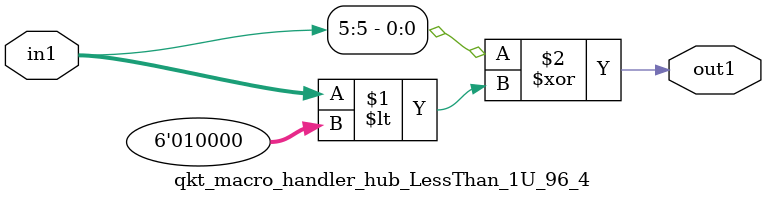
<source format=v>

`timescale 1ps / 1ps


module qkt_macro_handler_hub_LessThan_1U_96_4( in1, out1 );

    input [5:0] in1;
    output out1;

    
    // rtl_process:qkt_macro_handler_hub_LessThan_1U_96_4/qkt_macro_handler_hub_LessThan_1U_96_4_thread_1
    assign out1 = (in1[5] ^ in1 < 6'd16);

endmodule


</source>
